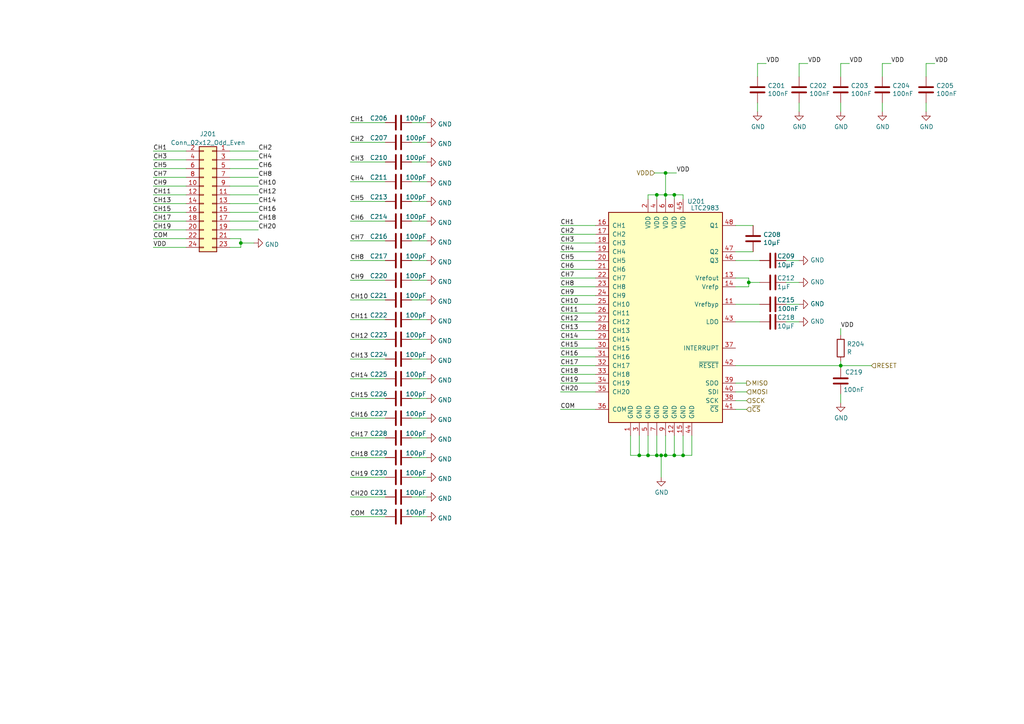
<source format=kicad_sch>
(kicad_sch (version 20211123) (generator eeschema)
  (paper "A4")
  (lib_symbols
    (symbol "Connector_Generic:Conn_02x12_Odd_Even" (pin_names (offset 1.016) hide)
      (property "Reference" "J" (at 1.27 15.24 0))
      (property "Value" "Conn_02x12_Odd_Even" (at 1.27 -17.78 0))
      (symbol "Conn_02x12_Odd_Even_1_1"
        (rectangle (start -1.27 -15.113) (end 0 -15.367) (stroke (width 0.1524)))
        (rectangle (start -1.27 -12.573) (end 0 -12.827) (stroke (width 0.1524)))
        (rectangle (start -1.27 -10.033) (end 0 -10.287) (stroke (width 0.1524)))
        (rectangle (start -1.27 -7.493) (end 0 -7.747) (stroke (width 0.1524)))
        (rectangle (start -1.27 -4.953) (end 0 -5.207) (stroke (width 0.1524)))
        (rectangle (start -1.27 -2.413) (end 0 -2.667) (stroke (width 0.1524)))
        (rectangle (start -1.27 0.127) (end 0 -0.127) (stroke (width 0.1524)))
        (rectangle (start -1.27 2.667) (end 0 2.413) (stroke (width 0.1524)))
        (rectangle (start -1.27 5.207) (end 0 4.953) (stroke (width 0.1524)))
        (rectangle (start -1.27 7.747) (end 0 7.493) (stroke (width 0.1524)))
        (rectangle (start -1.27 10.287) (end 0 10.033) (stroke (width 0.1524)))
        (rectangle (start -1.27 12.827) (end 0 12.573) (stroke (width 0.1524)))
        (rectangle (start -1.27 13.97) (end 3.81 -16.51) (stroke (width 0.254)) (fill (type background)))
        (rectangle (start 3.81 -15.113) (end 2.54 -15.367) (stroke (width 0.1524)))
        (rectangle (start 3.81 -12.573) (end 2.54 -12.827) (stroke (width 0.1524)))
        (rectangle (start 3.81 -10.033) (end 2.54 -10.287) (stroke (width 0.1524)))
        (rectangle (start 3.81 -7.493) (end 2.54 -7.747) (stroke (width 0.1524)))
        (rectangle (start 3.81 -4.953) (end 2.54 -5.207) (stroke (width 0.1524)))
        (rectangle (start 3.81 -2.413) (end 2.54 -2.667) (stroke (width 0.1524)))
        (rectangle (start 3.81 0.127) (end 2.54 -0.127) (stroke (width 0.1524)))
        (rectangle (start 3.81 2.667) (end 2.54 2.413) (stroke (width 0.1524)))
        (rectangle (start 3.81 5.207) (end 2.54 4.953) (stroke (width 0.1524)))
        (rectangle (start 3.81 7.747) (end 2.54 7.493) (stroke (width 0.1524)))
        (rectangle (start 3.81 10.287) (end 2.54 10.033) (stroke (width 0.1524)))
        (rectangle (start 3.81 12.827) (end 2.54 12.573) (stroke (width 0.1524)))
        (pin passive line (at -5.08 12.7 0) (length 3.81) (name "Pin_1") (number "1"))
        (pin passive line (at 7.62 2.54 180) (length 3.81) (name "Pin_10") (number "10"))
        (pin passive line (at -5.08 0 0) (length 3.81) (name "Pin_11") (number "11"))
        (pin passive line (at 7.62 0 180) (length 3.81) (name "Pin_12") (number "12"))
        (pin passive line (at -5.08 -2.54 0) (length 3.81) (name "Pin_13") (number "13"))
        (pin passive line (at 7.62 -2.54 180) (length 3.81) (name "Pin_14") (number "14"))
        (pin passive line (at -5.08 -5.08 0) (length 3.81) (name "Pin_15") (number "15"))
        (pin passive line (at 7.62 -5.08 180) (length 3.81) (name "Pin_16") (number "16"))
        (pin passive line (at -5.08 -7.62 0) (length 3.81) (name "Pin_17") (number "17"))
        (pin passive line (at 7.62 -7.62 180) (length 3.81) (name "Pin_18") (number "18"))
        (pin passive line (at -5.08 -10.16 0) (length 3.81) (name "Pin_19") (number "19"))
        (pin passive line (at 7.62 12.7 180) (length 3.81) (name "Pin_2") (number "2"))
        (pin passive line (at 7.62 -10.16 180) (length 3.81) (name "Pin_20") (number "20"))
        (pin passive line (at -5.08 -12.7 0) (length 3.81) (name "Pin_21") (number "21"))
        (pin passive line (at 7.62 -12.7 180) (length 3.81) (name "Pin_22") (number "22"))
        (pin passive line (at -5.08 -15.24 0) (length 3.81) (name "Pin_23") (number "23"))
        (pin passive line (at 7.62 -15.24 180) (length 3.81) (name "Pin_24") (number "24"))
        (pin passive line (at -5.08 10.16 0) (length 3.81) (name "Pin_3") (number "3"))
        (pin passive line (at 7.62 10.16 180) (length 3.81) (name "Pin_4") (number "4"))
        (pin passive line (at -5.08 7.62 0) (length 3.81) (name "Pin_5") (number "5"))
        (pin passive line (at 7.62 7.62 180) (length 3.81) (name "Pin_6") (number "6"))
        (pin passive line (at -5.08 5.08 0) (length 3.81) (name "Pin_7") (number "7"))
        (pin passive line (at 7.62 5.08 180) (length 3.81) (name "Pin_8") (number "8"))
        (pin passive line (at -5.08 2.54 0) (length 3.81) (name "Pin_9") (number "9"))
      )
    )
    (symbol "Device:C" (pin_numbers hide) (pin_names (offset 0.254))
      (property "Reference" "C" (at 0.635 2.54 0))
      (property "Value" "C" (at 0.635 -2.54 0))
      (symbol "C_0_1"
        (polyline (pts (xy -2.032 -0.762) (xy 2.032 -0.762)) (stroke (width 0.508)))
        (polyline (pts (xy -2.032 0.762) (xy 2.032 0.762)) (stroke (width 0.508)))
      )
      (symbol "C_1_1"
        (pin passive line (at 0 3.81 270) (length 2.794) (name "~") (number "1"))
        (pin passive line (at 0 -3.81 90) (length 2.794) (name "~") (number "2"))
      )
    )
    (symbol "Device:R" (pin_numbers hide) (pin_names (offset 0))
      (property "Reference" "R" (at 2.032 0 90))
      (property "Value" "R" (at 0 0 90))
      (symbol "R_0_1"
        (rectangle (start -1.016 -2.54) (end 1.016 2.54) (stroke (width 0.254)))
      )
      (symbol "R_1_1"
        (pin passive line (at 0 3.81 270) (length 1.27) (name "~") (number "1"))
        (pin passive line (at 0 -3.81 90) (length 1.27) (name "~") (number "2"))
      )
    )
    (symbol "Sensor_Temperature:LTC2983" (pin_names (offset 1.016))
      (property "Reference" "U" (at -16.51 33.02 0))
      (property "Value" "LTC2983" (at 8.89 33.02 0))
      (symbol "LTC2983_0_1"
        (rectangle (start -16.51 31.75) (end 16.51 -29.21) (stroke (width 0.254)) (fill (type background)))
      )
      (symbol "LTC2983_1_1"
        (pin power_in line (at -10.16 -33.02 90) (length 3.81) (name "GND") (number "1"))
        (pin passive line (at 20.32 5.08 180) (length 3.81) (name "Vrefbyp") (number "11"))
        (pin power_in line (at 2.54 -33.02 90) (length 3.81) (name "GND") (number "12"))
        (pin passive line (at 20.32 12.7 180) (length 3.81) (name "Vrefout") (number "13"))
        (pin passive line (at 20.32 10.16 180) (length 3.81) (name "Vrefp") (number "14"))
        (pin power_in line (at 5.08 -33.02 90) (length 3.81) (name "GND") (number "15"))
        (pin passive line (at -20.32 27.94 0) (length 3.81) (name "CH1") (number "16"))
        (pin passive line (at -20.32 25.4 0) (length 3.81) (name "CH2") (number "17"))
        (pin passive line (at -20.32 22.86 0) (length 3.81) (name "CH3") (number "18"))
        (pin passive line (at -20.32 20.32 0) (length 3.81) (name "CH4") (number "19"))
        (pin power_in line (at -5.08 35.56 270) (length 3.81) (name "VDD") (number "2"))
        (pin passive line (at -20.32 17.78 0) (length 3.81) (name "CH5") (number "20"))
        (pin passive line (at -20.32 15.24 0) (length 3.81) (name "CH6") (number "21"))
        (pin passive line (at -20.32 12.7 0) (length 3.81) (name "CH7") (number "22"))
        (pin passive line (at -20.32 10.16 0) (length 3.81) (name "CH8") (number "23"))
        (pin passive line (at -20.32 7.62 0) (length 3.81) (name "CH9") (number "24"))
        (pin passive line (at -20.32 5.08 0) (length 3.81) (name "CH10") (number "25"))
        (pin passive line (at -20.32 2.54 0) (length 3.81) (name "CH11") (number "26"))
        (pin passive line (at -20.32 0 0) (length 3.81) (name "CH12") (number "27"))
        (pin passive line (at -20.32 -2.54 0) (length 3.81) (name "CH13") (number "28"))
        (pin passive line (at -20.32 -5.08 0) (length 3.81) (name "CH14") (number "29"))
        (pin power_in line (at -7.62 -33.02 90) (length 3.81) (name "GND") (number "3"))
        (pin passive line (at -20.32 -7.62 0) (length 3.81) (name "CH15") (number "30"))
        (pin passive line (at -20.32 -10.16 0) (length 3.81) (name "CH16") (number "31"))
        (pin passive line (at -20.32 -12.7 0) (length 3.81) (name "CH17") (number "32"))
        (pin passive line (at -20.32 -15.24 0) (length 3.81) (name "CH18") (number "33"))
        (pin passive line (at -20.32 -17.78 0) (length 3.81) (name "CH19") (number "34"))
        (pin passive line (at -20.32 -20.32 0) (length 3.81) (name "CH20") (number "35"))
        (pin passive line (at -20.32 -25.4 0) (length 3.81) (name "COM") (number "36"))
        (pin output line (at 20.32 -7.62 180) (length 3.81) (name "INTERRUPT") (number "37"))
        (pin input line (at 20.32 -22.86 180) (length 3.81) (name "SCK") (number "38"))
        (pin output line (at 20.32 -17.78 180) (length 3.81) (name "SDO") (number "39"))
        (pin power_in line (at -2.54 35.56 270) (length 3.81) (name "VDD") (number "4"))
        (pin input line (at 20.32 -20.32 180) (length 3.81) (name "SDI") (number "40"))
        (pin input line (at 20.32 -25.4 180) (length 3.81) (name "~{CS}") (number "41"))
        (pin input line (at 20.32 -12.7 180) (length 3.81) (name "~{RESET}") (number "42"))
        (pin passive line (at 20.32 0 180) (length 3.81) (name "LDO") (number "43"))
        (pin power_out line (at 7.62 -33.02 90) (length 3.81) (name "GND") (number "44"))
        (pin power_in line (at 5.08 35.56 270) (length 3.81) (name "VDD") (number "45"))
        (pin passive line (at 20.32 17.78 180) (length 3.81) (name "Q3") (number "46"))
        (pin passive line (at 20.32 20.32 180) (length 3.81) (name "Q2") (number "47"))
        (pin passive line (at 20.32 27.94 180) (length 3.81) (name "Q1") (number "48"))
        (pin power_in line (at -5.08 -33.02 90) (length 3.81) (name "GND") (number "5"))
        (pin power_in line (at 0 35.56 270) (length 3.81) (name "VDD") (number "6"))
        (pin power_in line (at -2.54 -33.02 90) (length 3.81) (name "GND") (number "7"))
        (pin power_in line (at 2.54 35.56 270) (length 3.81) (name "VDD") (number "8"))
        (pin power_in line (at 0 -33.02 90) (length 3.81) (name "GND") (number "9"))
      )
    )
    (symbol "power:GND" (power) (pin_names (offset 0))
      (property "Value" "GND" (at 0 -3.81 0))
      (symbol "GND_0_1"
        (polyline (pts (xy 0 0) (xy 0 -1.27) (xy 1.27 -1.27) (xy 0 -2.54) (xy -1.27 -1.27) (xy 0 -1.27)))
      )
      (symbol "GND_1_1"
        (pin power_in line (at 0 0 270) (length 0) hide (name "GND") (number "1"))
      )
    )
  )
  (junction (at 69.85 70.485))
  (junction (at 185.42 132.08))
  (junction (at 193.04 132.08))
  (junction (at 217.17 81.915))
  (junction (at 243.84 106.045))
  (junction (at 190.5 132.08))
  (junction (at 193.04 50.165))
  (junction (at 195.58 56.515))
  (junction (at 193.04 56.515))
  (junction (at 190.5 56.515))
  (junction (at 195.58 132.08))
  (junction (at 187.96 132.08))
  (junction (at 191.77 132.08))
  (junction (at 198.12 132.08))
  (wire (pts (xy 162.56 80.645) (xy 172.72 80.645)))
  (wire (pts (xy 44.45 53.975) (xy 53.975 53.975)))
  (wire (pts (xy 119.38 144.145) (xy 123.825 144.145)))
  (wire (pts (xy 101.6 75.565) (xy 111.76 75.565)))
  (wire (pts (xy 101.6 127) (xy 111.76 127)))
  (wire (pts (xy 193.04 56.515) (xy 195.58 56.515)))
  (wire (pts (xy 119.38 121.285) (xy 123.825 121.285)))
  (wire (pts (xy 268.605 18.415) (xy 271.145 18.415)))
  (wire (pts (xy 119.38 46.99) (xy 123.825 46.99)))
  (wire (pts (xy 162.56 65.405) (xy 172.72 65.405)))
  (wire (pts (xy 243.84 95.25) (xy 243.84 97.155)))
  (wire (pts (xy 119.38 58.42) (xy 123.825 58.42)))
  (wire (pts (xy 191.77 132.08) (xy 191.77 138.43)))
  (wire (pts (xy 101.6 98.425) (xy 111.76 98.425)))
  (wire (pts (xy 198.12 132.08) (xy 200.66 132.08)))
  (wire (pts (xy 69.85 70.485) (xy 69.85 69.215)))
  (wire (pts (xy 119.38 115.57) (xy 123.825 115.57)))
  (wire (pts (xy 217.17 80.645) (xy 217.17 81.915)))
  (wire (pts (xy 44.45 46.355) (xy 53.975 46.355)))
  (wire (pts (xy 162.56 95.885) (xy 172.72 95.885)))
  (wire (pts (xy 162.56 100.965) (xy 172.72 100.965)))
  (wire (pts (xy 66.675 46.355) (xy 74.93 46.355)))
  (wire (pts (xy 213.36 106.045) (xy 243.84 106.045)))
  (wire (pts (xy 101.6 86.995) (xy 111.76 86.995)))
  (wire (pts (xy 187.96 57.785) (xy 187.96 56.515)))
  (wire (pts (xy 191.77 132.08) (xy 193.04 132.08)))
  (wire (pts (xy 119.38 132.715) (xy 123.825 132.715)))
  (wire (pts (xy 182.88 132.08) (xy 185.42 132.08)))
  (wire (pts (xy 227.965 75.565) (xy 231.775 75.565)))
  (wire (pts (xy 119.38 64.135) (xy 123.825 64.135)))
  (wire (pts (xy 216.535 111.125) (xy 213.36 111.125)))
  (wire (pts (xy 119.38 35.56) (xy 123.825 35.56)))
  (wire (pts (xy 220.345 93.345) (xy 213.36 93.345)))
  (wire (pts (xy 119.38 69.85) (xy 123.825 69.85)))
  (wire (pts (xy 220.345 88.265) (xy 213.36 88.265)))
  (wire (pts (xy 44.45 43.815) (xy 53.975 43.815)))
  (wire (pts (xy 119.38 109.855) (xy 123.825 109.855)))
  (wire (pts (xy 217.17 83.185) (xy 213.36 83.185)))
  (wire (pts (xy 243.84 29.845) (xy 243.84 32.385)))
  (wire (pts (xy 162.56 83.185) (xy 172.72 83.185)))
  (wire (pts (xy 268.605 22.225) (xy 268.605 18.415)))
  (wire (pts (xy 44.45 64.135) (xy 53.975 64.135)))
  (wire (pts (xy 231.775 22.225) (xy 231.775 18.415)))
  (wire (pts (xy 220.345 75.565) (xy 213.36 75.565)))
  (wire (pts (xy 185.42 126.365) (xy 185.42 132.08)))
  (wire (pts (xy 193.04 56.515) (xy 193.04 50.165)))
  (wire (pts (xy 195.58 57.785) (xy 195.58 56.515)))
  (wire (pts (xy 162.56 118.745) (xy 172.72 118.745)))
  (wire (pts (xy 66.675 59.055) (xy 74.93 59.055)))
  (wire (pts (xy 198.12 56.515) (xy 198.12 57.785)))
  (wire (pts (xy 119.38 86.995) (xy 123.825 86.995)))
  (wire (pts (xy 101.6 81.28) (xy 111.76 81.28)))
  (wire (pts (xy 101.6 109.855) (xy 111.76 109.855)))
  (wire (pts (xy 198.12 126.365) (xy 198.12 132.08)))
  (wire (pts (xy 218.44 73.025) (xy 213.36 73.025)))
  (wire (pts (xy 195.58 126.365) (xy 195.58 132.08)))
  (wire (pts (xy 255.905 22.225) (xy 255.905 18.415)))
  (wire (pts (xy 162.56 78.105) (xy 172.72 78.105)))
  (wire (pts (xy 101.6 138.43) (xy 111.76 138.43)))
  (wire (pts (xy 217.17 81.915) (xy 217.17 83.185)))
  (wire (pts (xy 66.675 43.815) (xy 74.93 43.815)))
  (wire (pts (xy 162.56 85.725) (xy 172.72 85.725)))
  (wire (pts (xy 190.5 126.365) (xy 190.5 132.08)))
  (wire (pts (xy 213.36 80.645) (xy 217.17 80.645)))
  (wire (pts (xy 193.04 132.08) (xy 195.58 132.08)))
  (wire (pts (xy 101.6 121.285) (xy 111.76 121.285)))
  (wire (pts (xy 190.5 56.515) (xy 193.04 56.515)))
  (wire (pts (xy 231.775 93.345) (xy 227.965 93.345)))
  (wire (pts (xy 101.6 104.14) (xy 111.76 104.14)))
  (wire (pts (xy 101.6 35.56) (xy 111.76 35.56)))
  (wire (pts (xy 243.84 22.225) (xy 243.84 18.415)))
  (wire (pts (xy 66.675 48.895) (xy 74.93 48.895)))
  (wire (pts (xy 162.56 67.945) (xy 172.72 67.945)))
  (wire (pts (xy 187.96 56.515) (xy 190.5 56.515)))
  (wire (pts (xy 268.605 32.385) (xy 268.605 29.845)))
  (wire (pts (xy 162.56 111.125) (xy 172.72 111.125)))
  (wire (pts (xy 195.58 56.515) (xy 198.12 56.515)))
  (wire (pts (xy 162.56 98.425) (xy 172.72 98.425)))
  (wire (pts (xy 195.58 132.08) (xy 198.12 132.08)))
  (wire (pts (xy 162.56 88.265) (xy 172.72 88.265)))
  (wire (pts (xy 162.56 103.505) (xy 172.72 103.505)))
  (wire (pts (xy 69.85 71.755) (xy 69.85 70.485)))
  (wire (pts (xy 255.905 32.385) (xy 255.905 29.845)))
  (wire (pts (xy 216.535 113.665) (xy 213.36 113.665)))
  (wire (pts (xy 66.675 64.135) (xy 74.93 64.135)))
  (wire (pts (xy 185.42 132.08) (xy 187.96 132.08)))
  (wire (pts (xy 119.38 149.86) (xy 123.825 149.86)))
  (wire (pts (xy 44.45 59.055) (xy 53.975 59.055)))
  (wire (pts (xy 44.45 48.895) (xy 53.975 48.895)))
  (wire (pts (xy 119.38 138.43) (xy 123.825 138.43)))
  (wire (pts (xy 187.96 132.08) (xy 190.5 132.08)))
  (wire (pts (xy 193.04 57.785) (xy 193.04 56.515)))
  (wire (pts (xy 182.88 126.365) (xy 182.88 132.08)))
  (wire (pts (xy 220.345 81.915) (xy 217.17 81.915)))
  (wire (pts (xy 162.56 113.665) (xy 172.72 113.665)))
  (wire (pts (xy 66.675 51.435) (xy 74.93 51.435)))
  (wire (pts (xy 66.675 56.515) (xy 74.93 56.515)))
  (wire (pts (xy 101.6 69.85) (xy 111.76 69.85)))
  (wire (pts (xy 66.675 69.215) (xy 69.85 69.215)))
  (wire (pts (xy 119.38 75.565) (xy 123.825 75.565)))
  (wire (pts (xy 193.04 126.365) (xy 193.04 132.08)))
  (wire (pts (xy 162.56 90.805) (xy 172.72 90.805)))
  (wire (pts (xy 187.96 126.365) (xy 187.96 132.08)))
  (wire (pts (xy 101.6 149.86) (xy 111.76 149.86)))
  (wire (pts (xy 243.84 18.415) (xy 246.38 18.415)))
  (wire (pts (xy 66.675 61.595) (xy 74.93 61.595)))
  (wire (pts (xy 101.6 41.275) (xy 111.76 41.275)))
  (wire (pts (xy 231.775 18.415) (xy 234.315 18.415)))
  (wire (pts (xy 66.675 53.975) (xy 74.93 53.975)))
  (wire (pts (xy 101.6 144.145) (xy 111.76 144.145)))
  (wire (pts (xy 44.45 56.515) (xy 53.975 56.515)))
  (wire (pts (xy 216.535 118.745) (xy 213.36 118.745)))
  (wire (pts (xy 66.675 66.675) (xy 74.93 66.675)))
  (wire (pts (xy 101.6 64.135) (xy 111.76 64.135)))
  (wire (pts (xy 243.84 116.84) (xy 243.84 114.3)))
  (wire (pts (xy 119.38 92.71) (xy 123.825 92.71)))
  (wire (pts (xy 73.66 70.485) (xy 69.85 70.485)))
  (wire (pts (xy 219.71 22.225) (xy 219.71 18.415)))
  (wire (pts (xy 101.6 92.71) (xy 111.76 92.71)))
  (wire (pts (xy 200.66 132.08) (xy 200.66 126.365)))
  (wire (pts (xy 101.6 52.705) (xy 111.76 52.705)))
  (wire (pts (xy 231.775 88.265) (xy 227.965 88.265)))
  (wire (pts (xy 243.84 106.045) (xy 243.84 104.775)))
  (wire (pts (xy 162.56 75.565) (xy 172.72 75.565)))
  (wire (pts (xy 119.38 104.14) (xy 123.825 104.14)))
  (wire (pts (xy 101.6 115.57) (xy 111.76 115.57)))
  (wire (pts (xy 162.56 108.585) (xy 172.72 108.585)))
  (wire (pts (xy 44.45 66.675) (xy 53.975 66.675)))
  (wire (pts (xy 119.38 98.425) (xy 123.825 98.425)))
  (wire (pts (xy 119.38 127) (xy 123.825 127)))
  (wire (pts (xy 193.04 50.165) (xy 196.215 50.165)))
  (wire (pts (xy 219.71 18.415) (xy 222.25 18.415)))
  (wire (pts (xy 189.865 50.165) (xy 193.04 50.165)))
  (wire (pts (xy 231.775 32.385) (xy 231.775 29.845)))
  (wire (pts (xy 101.6 58.42) (xy 111.76 58.42)))
  (wire (pts (xy 66.675 71.755) (xy 69.85 71.755)))
  (wire (pts (xy 231.775 81.915) (xy 227.965 81.915)))
  (wire (pts (xy 44.45 69.215) (xy 53.975 69.215)))
  (wire (pts (xy 243.84 106.045) (xy 252.73 106.045)))
  (wire (pts (xy 255.905 18.415) (xy 258.445 18.415)))
  (wire (pts (xy 213.36 65.405) (xy 218.44 65.405)))
  (wire (pts (xy 162.56 93.345) (xy 172.72 93.345)))
  (wire (pts (xy 44.45 61.595) (xy 53.975 61.595)))
  (wire (pts (xy 119.38 81.28) (xy 123.825 81.28)))
  (wire (pts (xy 119.38 41.275) (xy 123.825 41.275)))
  (wire (pts (xy 219.71 32.385) (xy 219.71 29.845)))
  (wire (pts (xy 44.45 51.435) (xy 53.975 51.435)))
  (wire (pts (xy 190.5 132.08) (xy 191.77 132.08)))
  (wire (pts (xy 101.6 46.99) (xy 111.76 46.99)))
  (wire (pts (xy 119.38 52.705) (xy 123.825 52.705)))
  (wire (pts (xy 190.5 57.785) (xy 190.5 56.515)))
  (wire (pts (xy 162.56 70.485) (xy 172.72 70.485)))
  (wire (pts (xy 162.56 73.025) (xy 172.72 73.025)))
  (wire (pts (xy 101.6 132.715) (xy 111.76 132.715)))
  (wire (pts (xy 216.535 116.205) (xy 213.36 116.205)))
  (wire (pts (xy 44.45 71.755) (xy 53.975 71.755)))
  (wire (pts (xy 243.84 106.68) (xy 243.84 106.045)))
  (wire (pts (xy 162.56 106.045) (xy 172.72 106.045)))
  (label "CH8" (at 74.93 51.435 0))
  (label "CH11" (at 162.56 90.805 0))
  (label "VDD" (at 44.45 71.755 0))
  (label "CH16" (at 162.56 103.505 0))
  (label "COM" (at 44.45 69.215 0))
  (label "COM" (at 101.6 149.86 0))
  (label "CH13" (at 44.45 59.055 0))
  (label "CH10" (at 74.93 53.975 0))
  (label "CH9" (at 162.56 85.725 0))
  (label "CH4" (at 162.56 73.025 0))
  (label "CH11" (at 44.45 56.515 0))
  (label "CH12" (at 74.93 56.515 0))
  (label "CH6" (at 162.56 78.105 0))
  (label "CH15" (at 162.56 100.965 0))
  (label "CH8" (at 162.56 83.185 0))
  (label "CH16" (at 74.93 61.595 0))
  (label "CH5" (at 101.6 58.42 0))
  (label "CH19" (at 44.45 66.675 0))
  (label "VDD" (at 243.84 95.25 0))
  (label "CH2" (at 162.56 67.945 0))
  (label "CH18" (at 162.56 108.585 0))
  (label "VDD" (at 234.315 18.415 0))
  (label "CH1" (at 44.45 43.815 0))
  (label "CH5" (at 162.56 75.565 0))
  (label "CH5" (at 44.45 48.895 0))
  (label "CH3" (at 44.45 46.355 0))
  (label "CH10" (at 101.6 86.995 0))
  (label "CH8" (at 101.6 75.565 0))
  (label "CH12" (at 101.6 98.425 0))
  (label "CH7" (at 162.56 80.645 0))
  (label "CH3" (at 162.56 70.485 0))
  (label "COM" (at 162.56 118.745 0))
  (label "CH14" (at 162.56 98.425 0))
  (label "CH6" (at 101.6 64.135 0))
  (label "CH15" (at 101.6 115.57 0))
  (label "CH20" (at 162.56 113.665 0))
  (label "CH12" (at 162.56 93.345 0))
  (label "CH16" (at 101.6 121.285 0))
  (label "CH18" (at 101.6 132.715 0))
  (label "CH2" (at 74.93 43.815 0))
  (label "CH13" (at 101.6 104.14 0))
  (label "CH20" (at 74.93 66.675 0))
  (label "CH17" (at 162.56 106.045 0))
  (label "CH4" (at 74.93 46.355 0))
  (label "CH17" (at 101.6 127 0))
  (label "CH1" (at 101.6 35.56 0))
  (label "VDD" (at 222.25 18.415 0))
  (label "CH20" (at 101.6 144.145 0))
  (label "CH1" (at 162.56 65.405 0))
  (label "CH9" (at 44.45 53.975 0))
  (label "CH17" (at 44.45 64.135 0))
  (label "VDD" (at 196.215 50.165 0))
  (label "VDD" (at 271.145 18.415 0))
  (label "CH4" (at 101.6 52.705 0))
  (label "CH18" (at 74.93 64.135 0))
  (label "CH7" (at 101.6 69.85 0))
  (label "CH13" (at 162.56 95.885 0))
  (label "CH11" (at 101.6 92.71 0))
  (label "CH14" (at 101.6 109.855 0))
  (label "CH19" (at 162.56 111.125 0))
  (label "VDD" (at 246.38 18.415 0))
  (label "CH6" (at 74.93 48.895 0))
  (label "CH2" (at 101.6 41.275 0))
  (label "VDD" (at 258.445 18.415 0))
  (label "CH19" (at 101.6 138.43 0))
  (label "CH3" (at 101.6 46.99 0))
  (label "CH9" (at 101.6 81.28 0))
  (label "CH10" (at 162.56 88.265 0))
  (label "CH15" (at 44.45 61.595 0))
  (label "CH7" (at 44.45 51.435 0))
  (label "CH14" (at 74.93 59.055 0))
  (hierarchical_label "VDD" (shape input) (at 189.865 50.165 180))
  (hierarchical_label "~{CS}" (shape input) (at 216.535 118.745 0))
  (hierarchical_label "MOSI" (shape input) (at 216.535 113.665 0))
  (hierarchical_label "RESET" (shape input) (at 252.73 106.045 0))
  (hierarchical_label "SCK" (shape input) (at 216.535 116.205 0))
  (hierarchical_label "MISO" (shape output) (at 216.535 111.125 0))
  (symbol (lib_id "Sensor_Temperature:LTC2983") (at 193.04 93.345 0) (unit 1)
    (property "Reference" "U201" (at 201.93 58.42 0))
    (property "Value" "LTC2983" (at 204.47 60.325 0))
    (property "Footprint" "Package_QFP:LQFP-48_7x7mm_P0.5mm" (effects hide))
    (property "Datasheet" "http://cds.linear.com/docs/en/datasheet/2983fc.pdf" (effects hide))
  )
  (symbol (lib_id "power:GND") (at 191.77 138.43 0) (unit 1)
    (property "Reference" "#PWR0220" (effects hide))
    (property "Value" "GND" (at 191.897 142.8242 0))
  )
  (symbol (lib_id "Device:C") (at 224.155 81.915 270) (unit 1)
    (property "Reference" "C212" (at 227.965 80.645 90))
    (property "Value" "1µF" (at 227.33 83.185 90))
    (property "Footprint" "Capacitor_SMD:C_1206_3216Metric_Pad1.33x1.80mm_HandSolder" (effects hide))
  )
  (symbol (lib_id "power:GND") (at 231.775 81.915 90) (unit 1)
    (property "Reference" "#PWR0209" (effects hide))
    (property "Value" "GND" (at 235.0262 81.788 90) (effects (justify right)))
  )
  (symbol (lib_id "Device:C") (at 218.44 69.215 180) (unit 1)
    (property "Reference" "C208" (at 221.361 68.0466 0) (effects (justify right)))
    (property "Value" "10µF" (at 221.361 70.358 0) (effects (justify right)))
    (property "Footprint" "Capacitor_SMD:C_1206_3216Metric_Pad1.33x1.80mm_HandSolder" (effects hide))
  )
  (symbol (lib_id "Device:C") (at 224.155 75.565 270) (unit 1)
    (property "Reference" "C209" (at 227.965 74.295 90))
    (property "Value" "10µF" (at 227.965 76.835 90))
    (property "Footprint" "Capacitor_SMD:C_1206_3216Metric_Pad1.33x1.80mm_HandSolder" (effects hide))
  )
  (symbol (lib_id "power:GND") (at 231.775 75.565 90) (unit 1)
    (property "Reference" "#PWR0208" (effects hide))
    (property "Value" "GND" (at 235.0262 75.438 90) (effects (justify right)))
  )
  (symbol (lib_id "Device:C") (at 224.155 88.265 270) (unit 1)
    (property "Reference" "C215" (at 227.965 86.995 90))
    (property "Value" "100nF" (at 228.6 89.535 90))
    (property "Footprint" "Capacitor_SMD:C_0603_1608Metric_Pad1.08x0.95mm_HandSolder" (effects hide))
  )
  (symbol (lib_id "power:GND") (at 231.775 88.265 90) (unit 1)
    (property "Reference" "#PWR0212" (effects hide))
    (property "Value" "GND" (at 235.0262 88.138 90) (effects (justify right)))
  )
  (symbol (lib_id "Device:C") (at 224.155 93.345 270) (unit 1)
    (property "Reference" "C218" (at 227.965 92.075 90))
    (property "Value" "10µF" (at 227.965 94.615 90))
    (property "Footprint" "Capacitor_SMD:C_1206_3216Metric_Pad1.33x1.80mm_HandSolder" (effects hide))
  )
  (symbol (lib_id "power:GND") (at 231.775 93.345 90) (unit 1)
    (property "Reference" "#PWR0214" (effects hide))
    (property "Value" "GND" (at 235.0262 93.218 90) (effects (justify right)))
  )
  (symbol (lib_id "Device:C") (at 219.71 26.035 180) (unit 1)
    (property "Reference" "C201" (at 222.631 24.8666 0) (effects (justify right)))
    (property "Value" "100nF" (at 222.631 27.178 0) (effects (justify right)))
    (property "Footprint" "Capacitor_SMD:C_0603_1608Metric_Pad1.08x0.95mm_HandSolder" (effects hide))
  )
  (symbol (lib_id "Device:C") (at 231.775 26.035 180) (unit 1)
    (property "Reference" "C202" (at 234.696 24.8666 0) (effects (justify right)))
    (property "Value" "100nF" (at 234.696 27.178 0) (effects (justify right)))
    (property "Footprint" "Capacitor_SMD:C_0603_1608Metric_Pad1.08x0.95mm_HandSolder" (effects hide))
  )
  (symbol (lib_id "Device:C") (at 243.84 26.035 180) (unit 1)
    (property "Reference" "C203" (at 246.761 24.8666 0) (effects (justify right)))
    (property "Value" "100nF" (at 246.761 27.178 0) (effects (justify right)))
    (property "Footprint" "Capacitor_SMD:C_0603_1608Metric_Pad1.08x0.95mm_HandSolder" (effects hide))
  )
  (symbol (lib_id "Device:C") (at 255.905 26.035 180) (unit 1)
    (property "Reference" "C204" (at 258.826 24.8666 0) (effects (justify right)))
    (property "Value" "100nF" (at 258.826 27.178 0) (effects (justify right)))
    (property "Footprint" "Capacitor_SMD:C_0603_1608Metric_Pad1.08x0.95mm_HandSolder" (effects hide))
  )
  (symbol (lib_id "Device:C") (at 268.605 26.035 180) (unit 1)
    (property "Reference" "C205" (at 271.526 24.8666 0) (effects (justify right)))
    (property "Value" "100nF" (at 271.526 27.178 0) (effects (justify right)))
    (property "Footprint" "Capacitor_SMD:C_0603_1608Metric_Pad1.08x0.95mm_HandSolder" (effects hide))
  )
  (symbol (lib_id "power:GND") (at 219.71 32.385 0) (unit 1)
    (property "Reference" "#PWR0201" (effects hide))
    (property "Value" "GND" (at 219.837 36.7792 0))
  )
  (symbol (lib_id "power:GND") (at 231.775 32.385 0) (unit 1)
    (property "Reference" "#PWR0202" (effects hide))
    (property "Value" "GND" (at 231.902 36.7792 0))
  )
  (symbol (lib_id "power:GND") (at 243.84 32.385 0) (unit 1)
    (property "Reference" "#PWR0203" (effects hide))
    (property "Value" "GND" (at 243.967 36.7792 0))
  )
  (symbol (lib_id "power:GND") (at 255.905 32.385 0) (unit 1)
    (property "Reference" "#PWR0204" (effects hide))
    (property "Value" "GND" (at 256.032 36.7792 0))
  )
  (symbol (lib_id "power:GND") (at 268.605 32.385 0) (unit 1)
    (property "Reference" "#PWR0205" (effects hide))
    (property "Value" "GND" (at 268.732 36.7792 0))
  )
  (symbol (lib_id "Device:C") (at 243.84 110.49 180) (unit 1)
    (property "Reference" "C219" (at 247.65 107.95 0))
    (property "Value" "100nF" (at 247.65 113.03 0))
    (property "Footprint" "Capacitor_SMD:C_0603_1608Metric_Pad1.08x0.95mm_HandSolder" (effects hide))
  )
  (symbol (lib_id "Device:R") (at 243.84 100.965 180) (unit 1)
    (property "Reference" "R204" (at 245.618 99.7966 0) (effects (justify right)))
    (property "Value" "R" (at 245.618 102.108 0) (effects (justify right)))
    (property "Footprint" "Resistor_SMD:R_0603_1608Metric_Pad0.98x0.95mm_HandSolder" (effects hide))
  )
  (symbol (lib_id "power:GND") (at 243.84 116.84 0) (unit 1)
    (property "Reference" "#PWR0218" (effects hide))
    (property "Value" "GND" (at 243.967 121.2342 0))
  )
  (symbol (lib_id "power:GND") (at 123.825 98.425 90) (unit 1)
    (property "Reference" "#PWR0223" (effects hide))
    (property "Value" "GND" (at 127 98.8588 90) (effects (justify right)))
  )
  (symbol (lib_id "Device:C") (at 115.57 64.135 90) (unit 1)
    (property "Reference" "C214" (at 109.855 62.865 90))
    (property "Value" "100pF" (at 120.65 62.865 90))
    (property "Footprint" "Capacitor_SMD:C_0402_1005Metric_Pad0.74x0.62mm_HandSolder" (effects hide))
  )
  (symbol (lib_id "power:GND") (at 123.825 35.56 90) (unit 1)
    (property "Reference" "#PWR0206" (effects hide))
    (property "Value" "GND" (at 127 35.9938 90) (effects (justify right)))
  )
  (symbol (lib_id "Device:C") (at 115.57 35.56 90) (unit 1)
    (property "Reference" "C206" (at 109.855 34.29 90))
    (property "Value" "100pF" (at 120.65 34.29 90))
    (property "Footprint" "Capacitor_SMD:C_0402_1005Metric_Pad0.74x0.62mm_HandSolder" (effects hide))
  )
  (symbol (lib_id "Device:C") (at 115.57 81.28 90) (unit 1)
    (property "Reference" "C220" (at 109.855 80.01 90))
    (property "Value" "100pF" (at 120.65 80.01 90))
    (property "Footprint" "Capacitor_SMD:C_0402_1005Metric_Pad0.74x0.62mm_HandSolder" (effects hide))
  )
  (symbol (lib_id "Device:C") (at 115.57 86.995 90) (unit 1)
    (property "Reference" "C221" (at 109.855 85.725 90))
    (property "Value" "100pF" (at 120.65 85.725 90))
    (property "Footprint" "Capacitor_SMD:C_0402_1005Metric_Pad0.74x0.62mm_HandSolder" (effects hide))
  )
  (symbol (lib_id "Device:C") (at 115.57 132.715 90) (unit 1)
    (property "Reference" "C229" (at 109.855 131.445 90))
    (property "Value" "100pF" (at 120.65 131.445 90))
    (property "Footprint" "Capacitor_SMD:C_0402_1005Metric_Pad0.74x0.62mm_HandSolder" (effects hide))
  )
  (symbol (lib_id "power:GND") (at 123.825 138.43 90) (unit 1)
    (property "Reference" "#PWR0230" (effects hide))
    (property "Value" "GND" (at 127 138.8638 90) (effects (justify right)))
  )
  (symbol (lib_id "power:GND") (at 123.825 58.42 90) (unit 1)
    (property "Reference" "#PWR0213" (effects hide))
    (property "Value" "GND" (at 127 58.8538 90) (effects (justify right)))
  )
  (symbol (lib_id "power:GND") (at 73.66 70.485 90) (unit 1)
    (property "Reference" "#PWR0233" (effects hide))
    (property "Value" "GND" (at 76.835 70.9188 90) (effects (justify right)))
  )
  (symbol (lib_id "power:GND") (at 123.825 121.285 90) (unit 1)
    (property "Reference" "#PWR0227" (effects hide))
    (property "Value" "GND" (at 127 121.7188 90) (effects (justify right)))
  )
  (symbol (lib_id "power:GND") (at 123.825 144.145 90) (unit 1)
    (property "Reference" "#PWR0231" (effects hide))
    (property "Value" "GND" (at 127 144.5788 90) (effects (justify right)))
  )
  (symbol (lib_id "Device:C") (at 115.57 121.285 90) (unit 1)
    (property "Reference" "C227" (at 109.855 120.015 90))
    (property "Value" "100pF" (at 120.65 120.015 90))
    (property "Footprint" "Capacitor_SMD:C_0402_1005Metric_Pad0.74x0.62mm_HandSolder" (effects hide))
  )
  (symbol (lib_id "Device:C") (at 115.57 138.43 90) (unit 1)
    (property "Reference" "C230" (at 109.855 137.16 90))
    (property "Value" "100pF" (at 120.65 137.16 90))
    (property "Footprint" "Capacitor_SMD:C_0402_1005Metric_Pad0.74x0.62mm_HandSolder" (effects hide))
  )
  (symbol (lib_id "Device:C") (at 115.57 52.705 90) (unit 1)
    (property "Reference" "C211" (at 109.855 51.435 90))
    (property "Value" "100pF" (at 120.65 51.435 90))
    (property "Footprint" "Capacitor_SMD:C_0402_1005Metric_Pad0.74x0.62mm_HandSolder" (effects hide))
  )
  (symbol (lib_id "Device:C") (at 115.57 41.275 90) (unit 1)
    (property "Reference" "C207" (at 109.855 40.005 90))
    (property "Value" "100pF" (at 120.65 40.005 90))
    (property "Footprint" "Capacitor_SMD:C_0402_1005Metric_Pad0.74x0.62mm_HandSolder" (effects hide))
  )
  (symbol (lib_id "Device:C") (at 115.57 144.145 90) (unit 1)
    (property "Reference" "C231" (at 109.855 142.875 90))
    (property "Value" "100pF" (at 120.65 142.875 90))
    (property "Footprint" "Capacitor_SMD:C_0402_1005Metric_Pad0.74x0.62mm_HandSolder" (effects hide))
  )
  (symbol (lib_id "power:GND") (at 123.825 69.85 90) (unit 1)
    (property "Reference" "#PWR0216" (effects hide))
    (property "Value" "GND" (at 127 70.2838 90) (effects (justify right)))
  )
  (symbol (lib_id "Device:C") (at 115.57 75.565 90) (unit 1)
    (property "Reference" "C217" (at 109.855 74.295 90))
    (property "Value" "100pF" (at 120.65 74.295 90))
    (property "Footprint" "Capacitor_SMD:C_0402_1005Metric_Pad0.74x0.62mm_HandSolder" (effects hide))
  )
  (symbol (lib_id "power:GND") (at 123.825 41.275 90) (unit 1)
    (property "Reference" "#PWR0207" (effects hide))
    (property "Value" "GND" (at 127 41.7088 90) (effects (justify right)))
  )
  (symbol (lib_id "power:GND") (at 123.825 132.715 90) (unit 1)
    (property "Reference" "#PWR0229" (effects hide))
    (property "Value" "GND" (at 127 133.1488 90) (effects (justify right)))
  )
  (symbol (lib_id "Device:C") (at 115.57 104.14 90) (unit 1)
    (property "Reference" "C224" (at 109.855 102.87 90))
    (property "Value" "100pF" (at 120.65 102.87 90))
    (property "Footprint" "Capacitor_SMD:C_0402_1005Metric_Pad0.74x0.62mm_HandSolder" (effects hide))
  )
  (symbol (lib_id "power:GND") (at 123.825 81.28 90) (unit 1)
    (property "Reference" "#PWR0219" (effects hide))
    (property "Value" "GND" (at 127 81.7138 90) (effects (justify right)))
  )
  (symbol (lib_id "power:GND") (at 123.825 92.71 90) (unit 1)
    (property "Reference" "#PWR0222" (effects hide))
    (property "Value" "GND" (at 127 93.1438 90) (effects (justify right)))
  )
  (symbol (lib_id "Device:C") (at 115.57 98.425 90) (unit 1)
    (property "Reference" "C223" (at 109.855 97.155 90))
    (property "Value" "100pF" (at 120.65 97.155 90))
    (property "Footprint" "Capacitor_SMD:C_0402_1005Metric_Pad0.74x0.62mm_HandSolder" (effects hide))
  )
  (symbol (lib_id "power:GND") (at 123.825 52.705 90) (unit 1)
    (property "Reference" "#PWR0211" (effects hide))
    (property "Value" "GND" (at 127 53.1388 90) (effects (justify right)))
  )
  (symbol (lib_id "power:GND") (at 123.825 149.86 90) (unit 1)
    (property "Reference" "#PWR0232" (effects hide))
    (property "Value" "GND" (at 127 150.2938 90) (effects (justify right)))
  )
  (symbol (lib_id "power:GND") (at 123.825 115.57 90) (unit 1)
    (property "Reference" "#PWR0226" (effects hide))
    (property "Value" "GND" (at 127 116.0038 90) (effects (justify right)))
  )
  (symbol (lib_id "Device:C") (at 115.57 149.86 90) (unit 1)
    (property "Reference" "C232" (at 109.855 148.59 90))
    (property "Value" "100pF" (at 120.65 148.59 90))
    (property "Footprint" "Capacitor_SMD:C_0402_1005Metric_Pad0.74x0.62mm_HandSolder" (effects hide))
  )
  (symbol (lib_id "Device:C") (at 115.57 109.855 90) (unit 1)
    (property "Reference" "C225" (at 109.855 108.585 90))
    (property "Value" "100pF" (at 120.65 108.585 90))
    (property "Footprint" "Capacitor_SMD:C_0402_1005Metric_Pad0.74x0.62mm_HandSolder" (effects hide))
  )
  (symbol (lib_id "Device:C") (at 115.57 69.85 90) (unit 1)
    (property "Reference" "C216" (at 109.855 68.58 90))
    (property "Value" "100pF" (at 120.65 68.58 90))
    (property "Footprint" "Capacitor_SMD:C_0402_1005Metric_Pad0.74x0.62mm_HandSolder" (effects hide))
  )
  (symbol (lib_id "power:GND") (at 123.825 46.99 90) (unit 1)
    (property "Reference" "#PWR0210" (effects hide))
    (property "Value" "GND" (at 127 47.4238 90) (effects (justify right)))
  )
  (symbol (lib_id "Device:C") (at 115.57 46.99 90) (unit 1)
    (property "Reference" "C210" (at 109.855 45.72 90))
    (property "Value" "100pF" (at 120.65 45.72 90))
    (property "Footprint" "Capacitor_SMD:C_0402_1005Metric_Pad0.74x0.62mm_HandSolder" (effects hide))
  )
  (symbol (lib_id "Connector_Generic:Conn_02x12_Odd_Even") (at 61.595 56.515 0) (mirror y) (unit 1)
    (property "Reference" "J201" (at 60.325 38.8452 0))
    (property "Value" "Conn_02x12_Odd_Even" (at 60.325 41.3821 0))
    (property "Footprint" "Connector_PinHeader_2.54mm:PinHeader_2x12_P2.54mm_Vertical" (effects hide))
  )
  (symbol (lib_id "Device:C") (at 115.57 127 90) (unit 1)
    (property "Reference" "C228" (at 109.855 125.73 90))
    (property "Value" "100pF" (at 120.65 125.73 90))
    (property "Footprint" "Capacitor_SMD:C_0402_1005Metric_Pad0.74x0.62mm_HandSolder" (effects hide))
  )
  (symbol (lib_id "power:GND") (at 123.825 64.135 90) (unit 1)
    (property "Reference" "#PWR0215" (effects hide))
    (property "Value" "GND" (at 127 64.5688 90) (effects (justify right)))
  )
  (symbol (lib_id "Device:C") (at 115.57 92.71 90) (unit 1)
    (property "Reference" "C222" (at 109.855 91.44 90))
    (property "Value" "100pF" (at 120.65 91.44 90))
    (property "Footprint" "Capacitor_SMD:C_0402_1005Metric_Pad0.74x0.62mm_HandSolder" (effects hide))
  )
  (symbol (lib_id "power:GND") (at 123.825 127 90) (unit 1)
    (property "Reference" "#PWR0228" (effects hide))
    (property "Value" "GND" (at 127 127.4338 90) (effects (justify right)))
  )
  (symbol (lib_id "power:GND") (at 123.825 86.995 90) (unit 1)
    (property "Reference" "#PWR0221" (effects hide))
    (property "Value" "GND" (at 127 87.4288 90) (effects (justify right)))
  )
  (symbol (lib_id "Device:C") (at 115.57 115.57 90) (unit 1)
    (property "Reference" "C226" (at 109.855 114.3 90))
    (property "Value" "100pF" (at 120.65 114.3 90))
    (property "Footprint" "Capacitor_SMD:C_0402_1005Metric_Pad0.74x0.62mm_HandSolder" (effects hide))
  )
  (symbol (lib_id "power:GND") (at 123.825 109.855 90) (unit 1)
    (property "Reference" "#PWR0225" (effects hide))
    (property "Value" "GND" (at 127 110.2888 90) (effects (justify right)))
  )
  (symbol (lib_id "Device:C") (at 115.57 58.42 90) (unit 1)
    (property "Reference" "C213" (at 109.855 57.15 90))
    (property "Value" "100pF" (at 120.65 57.15 90))
    (property "Footprint" "Capacitor_SMD:C_0402_1005Metric_Pad0.74x0.62mm_HandSolder" (effects hide))
  )
  (symbol (lib_id "power:GND") (at 123.825 75.565 90) (unit 1)
    (property "Reference" "#PWR0217" (effects hide))
    (property "Value" "GND" (at 127 75.9988 90) (effects (justify right)))
  )
  (symbol (lib_id "power:GND") (at 123.825 104.14 90) (unit 1)
    (property "Reference" "#PWR0224" (effects hide))
    (property "Value" "GND" (at 127 104.5738 90) (effects (justify right)))
  )
)
</source>
